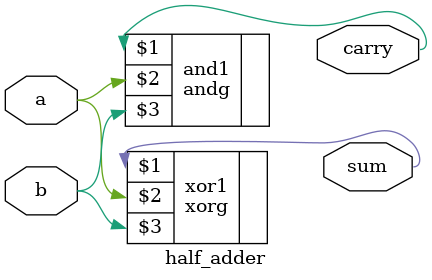
<source format=v>
`timescale 1ns / 1ps

module half_adder(sum,carry,a,b);
	input a,b;
    output sum,carry;
    
    xorg xor1(sum,a,b);
    andg and1(carry,a,b);
endmodule
</source>
